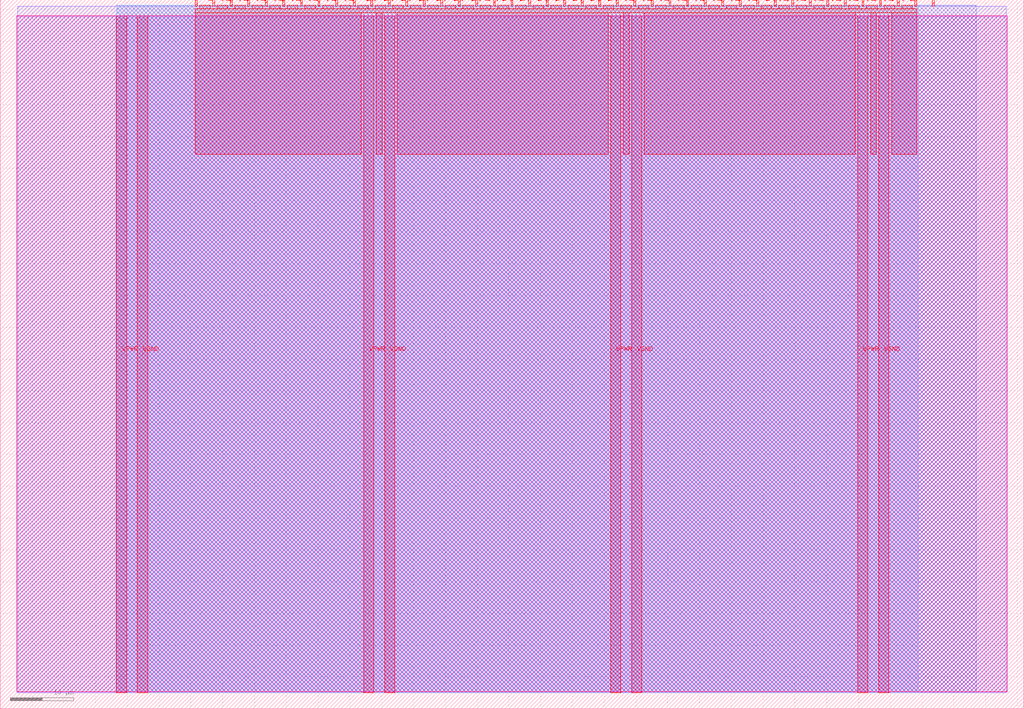
<source format=lef>
VERSION 5.7 ;
  NOWIREEXTENSIONATPIN ON ;
  DIVIDERCHAR "/" ;
  BUSBITCHARS "[]" ;
MACRO tt_um_frequency_counter
  CLASS BLOCK ;
  FOREIGN tt_um_frequency_counter ;
  ORIGIN 0.000 0.000 ;
  SIZE 161.000 BY 111.520 ;
  PIN VGND
    DIRECTION INOUT ;
    USE GROUND ;
    PORT
      LAYER met4 ;
        RECT 21.580 2.480 23.180 109.040 ;
    END
    PORT
      LAYER met4 ;
        RECT 60.450 2.480 62.050 109.040 ;
    END
    PORT
      LAYER met4 ;
        RECT 99.320 2.480 100.920 109.040 ;
    END
    PORT
      LAYER met4 ;
        RECT 138.190 2.480 139.790 109.040 ;
    END
  END VGND
  PIN VPWR
    DIRECTION INOUT ;
    USE POWER ;
    PORT
      LAYER met4 ;
        RECT 18.280 2.480 19.880 109.040 ;
    END
    PORT
      LAYER met4 ;
        RECT 57.150 2.480 58.750 109.040 ;
    END
    PORT
      LAYER met4 ;
        RECT 96.020 2.480 97.620 109.040 ;
    END
    PORT
      LAYER met4 ;
        RECT 134.890 2.480 136.490 109.040 ;
    END
  END VPWR
  PIN clk
    DIRECTION INPUT ;
    USE SIGNAL ;
    ANTENNAGATEAREA 0.852000 ;
    PORT
      LAYER met4 ;
        RECT 143.830 110.520 144.130 111.520 ;
    END
  END clk
  PIN ena
    DIRECTION INPUT ;
    USE SIGNAL ;
    PORT
      LAYER met4 ;
        RECT 146.590 110.520 146.890 111.520 ;
    END
  END ena
  PIN rst_n
    DIRECTION INPUT ;
    USE SIGNAL ;
    ANTENNAGATEAREA 0.196500 ;
    PORT
      LAYER met4 ;
        RECT 141.070 110.520 141.370 111.520 ;
    END
  END rst_n
  PIN ui_in[0]
    DIRECTION INPUT ;
    USE SIGNAL ;
    ANTENNAGATEAREA 0.196500 ;
    PORT
      LAYER met4 ;
        RECT 138.310 110.520 138.610 111.520 ;
    END
  END ui_in[0]
  PIN ui_in[1]
    DIRECTION INPUT ;
    USE SIGNAL ;
    ANTENNAGATEAREA 1.272000 ;
    PORT
      LAYER met4 ;
        RECT 135.550 110.520 135.850 111.520 ;
    END
  END ui_in[1]
  PIN ui_in[2]
    DIRECTION INPUT ;
    USE SIGNAL ;
    ANTENNAGATEAREA 0.196500 ;
    PORT
      LAYER met4 ;
        RECT 132.790 110.520 133.090 111.520 ;
    END
  END ui_in[2]
  PIN ui_in[3]
    DIRECTION INPUT ;
    USE SIGNAL ;
    PORT
      LAYER met4 ;
        RECT 130.030 110.520 130.330 111.520 ;
    END
  END ui_in[3]
  PIN ui_in[4]
    DIRECTION INPUT ;
    USE SIGNAL ;
    ANTENNAGATEAREA 0.196500 ;
    PORT
      LAYER met4 ;
        RECT 127.270 110.520 127.570 111.520 ;
    END
  END ui_in[4]
  PIN ui_in[5]
    DIRECTION INPUT ;
    USE SIGNAL ;
    ANTENNAGATEAREA 0.196500 ;
    PORT
      LAYER met4 ;
        RECT 124.510 110.520 124.810 111.520 ;
    END
  END ui_in[5]
  PIN ui_in[6]
    DIRECTION INPUT ;
    USE SIGNAL ;
    ANTENNAGATEAREA 0.196500 ;
    PORT
      LAYER met4 ;
        RECT 121.750 110.520 122.050 111.520 ;
    END
  END ui_in[6]
  PIN ui_in[7]
    DIRECTION INPUT ;
    USE SIGNAL ;
    ANTENNAGATEAREA 0.196500 ;
    PORT
      LAYER met4 ;
        RECT 118.990 110.520 119.290 111.520 ;
    END
  END ui_in[7]
  PIN uio_in[0]
    DIRECTION INPUT ;
    USE SIGNAL ;
    ANTENNAGATEAREA 0.196500 ;
    PORT
      LAYER met4 ;
        RECT 116.230 110.520 116.530 111.520 ;
    END
  END uio_in[0]
  PIN uio_in[1]
    DIRECTION INPUT ;
    USE SIGNAL ;
    ANTENNAGATEAREA 0.196500 ;
    PORT
      LAYER met4 ;
        RECT 113.470 110.520 113.770 111.520 ;
    END
  END uio_in[1]
  PIN uio_in[2]
    DIRECTION INPUT ;
    USE SIGNAL ;
    ANTENNAGATEAREA 0.196500 ;
    PORT
      LAYER met4 ;
        RECT 110.710 110.520 111.010 111.520 ;
    END
  END uio_in[2]
  PIN uio_in[3]
    DIRECTION INPUT ;
    USE SIGNAL ;
    ANTENNAGATEAREA 0.196500 ;
    PORT
      LAYER met4 ;
        RECT 107.950 110.520 108.250 111.520 ;
    END
  END uio_in[3]
  PIN uio_in[4]
    DIRECTION INPUT ;
    USE SIGNAL ;
    ANTENNAGATEAREA 0.196500 ;
    PORT
      LAYER met4 ;
        RECT 105.190 110.520 105.490 111.520 ;
    END
  END uio_in[4]
  PIN uio_in[5]
    DIRECTION INPUT ;
    USE SIGNAL ;
    ANTENNAGATEAREA 0.196500 ;
    PORT
      LAYER met4 ;
        RECT 102.430 110.520 102.730 111.520 ;
    END
  END uio_in[5]
  PIN uio_in[6]
    DIRECTION INPUT ;
    USE SIGNAL ;
    ANTENNAGATEAREA 0.196500 ;
    PORT
      LAYER met4 ;
        RECT 99.670 110.520 99.970 111.520 ;
    END
  END uio_in[6]
  PIN uio_in[7]
    DIRECTION INPUT ;
    USE SIGNAL ;
    ANTENNAGATEAREA 0.196500 ;
    PORT
      LAYER met4 ;
        RECT 96.910 110.520 97.210 111.520 ;
    END
  END uio_in[7]
  PIN uio_oe[0]
    DIRECTION OUTPUT ;
    USE SIGNAL ;
    ANTENNADIFFAREA 0.445500 ;
    PORT
      LAYER met4 ;
        RECT 49.990 110.520 50.290 111.520 ;
    END
  END uio_oe[0]
  PIN uio_oe[1]
    DIRECTION OUTPUT ;
    USE SIGNAL ;
    ANTENNADIFFAREA 0.445500 ;
    PORT
      LAYER met4 ;
        RECT 47.230 110.520 47.530 111.520 ;
    END
  END uio_oe[1]
  PIN uio_oe[2]
    DIRECTION OUTPUT ;
    USE SIGNAL ;
    ANTENNADIFFAREA 0.445500 ;
    PORT
      LAYER met4 ;
        RECT 44.470 110.520 44.770 111.520 ;
    END
  END uio_oe[2]
  PIN uio_oe[3]
    DIRECTION OUTPUT ;
    USE SIGNAL ;
    ANTENNADIFFAREA 0.445500 ;
    PORT
      LAYER met4 ;
        RECT 41.710 110.520 42.010 111.520 ;
    END
  END uio_oe[3]
  PIN uio_oe[4]
    DIRECTION OUTPUT ;
    USE SIGNAL ;
    ANTENNADIFFAREA 0.445500 ;
    PORT
      LAYER met4 ;
        RECT 38.950 110.520 39.250 111.520 ;
    END
  END uio_oe[4]
  PIN uio_oe[5]
    DIRECTION OUTPUT ;
    USE SIGNAL ;
    ANTENNADIFFAREA 0.445500 ;
    PORT
      LAYER met4 ;
        RECT 36.190 110.520 36.490 111.520 ;
    END
  END uio_oe[5]
  PIN uio_oe[6]
    DIRECTION OUTPUT ;
    USE SIGNAL ;
    ANTENNADIFFAREA 0.445500 ;
    PORT
      LAYER met4 ;
        RECT 33.430 110.520 33.730 111.520 ;
    END
  END uio_oe[6]
  PIN uio_oe[7]
    DIRECTION OUTPUT ;
    USE SIGNAL ;
    ANTENNADIFFAREA 0.445500 ;
    PORT
      LAYER met4 ;
        RECT 30.670 110.520 30.970 111.520 ;
    END
  END uio_oe[7]
  PIN uio_out[0]
    DIRECTION OUTPUT ;
    USE SIGNAL ;
    ANTENNAGATEAREA 2.106000 ;
    ANTENNADIFFAREA 0.891000 ;
    PORT
      LAYER met4 ;
        RECT 72.070 110.520 72.370 111.520 ;
    END
  END uio_out[0]
  PIN uio_out[1]
    DIRECTION OUTPUT ;
    USE SIGNAL ;
    ANTENNAGATEAREA 1.489500 ;
    ANTENNADIFFAREA 0.891000 ;
    PORT
      LAYER met4 ;
        RECT 69.310 110.520 69.610 111.520 ;
    END
  END uio_out[1]
  PIN uio_out[2]
    DIRECTION OUTPUT ;
    USE SIGNAL ;
    ANTENNADIFFAREA 0.795200 ;
    PORT
      LAYER met4 ;
        RECT 66.550 110.520 66.850 111.520 ;
    END
  END uio_out[2]
  PIN uio_out[3]
    DIRECTION OUTPUT ;
    USE SIGNAL ;
    ANTENNADIFFAREA 0.445500 ;
    PORT
      LAYER met4 ;
        RECT 63.790 110.520 64.090 111.520 ;
    END
  END uio_out[3]
  PIN uio_out[4]
    DIRECTION OUTPUT ;
    USE SIGNAL ;
    ANTENNADIFFAREA 0.445500 ;
    PORT
      LAYER met4 ;
        RECT 61.030 110.520 61.330 111.520 ;
    END
  END uio_out[4]
  PIN uio_out[5]
    DIRECTION OUTPUT ;
    USE SIGNAL ;
    ANTENNADIFFAREA 0.445500 ;
    PORT
      LAYER met4 ;
        RECT 58.270 110.520 58.570 111.520 ;
    END
  END uio_out[5]
  PIN uio_out[6]
    DIRECTION OUTPUT ;
    USE SIGNAL ;
    ANTENNADIFFAREA 0.445500 ;
    PORT
      LAYER met4 ;
        RECT 55.510 110.520 55.810 111.520 ;
    END
  END uio_out[6]
  PIN uio_out[7]
    DIRECTION OUTPUT ;
    USE SIGNAL ;
    ANTENNADIFFAREA 0.445500 ;
    PORT
      LAYER met4 ;
        RECT 52.750 110.520 53.050 111.520 ;
    END
  END uio_out[7]
  PIN uo_out[0]
    DIRECTION OUTPUT ;
    USE SIGNAL ;
    ANTENNADIFFAREA 0.453750 ;
    PORT
      LAYER met4 ;
        RECT 94.150 110.520 94.450 111.520 ;
    END
  END uo_out[0]
  PIN uo_out[1]
    DIRECTION OUTPUT ;
    USE SIGNAL ;
    ANTENNADIFFAREA 0.891000 ;
    PORT
      LAYER met4 ;
        RECT 91.390 110.520 91.690 111.520 ;
    END
  END uo_out[1]
  PIN uo_out[2]
    DIRECTION OUTPUT ;
    USE SIGNAL ;
    ANTENNADIFFAREA 1.431000 ;
    PORT
      LAYER met4 ;
        RECT 88.630 110.520 88.930 111.520 ;
    END
  END uo_out[2]
  PIN uo_out[3]
    DIRECTION OUTPUT ;
    USE SIGNAL ;
    ANTENNADIFFAREA 0.445500 ;
    PORT
      LAYER met4 ;
        RECT 85.870 110.520 86.170 111.520 ;
    END
  END uo_out[3]
  PIN uo_out[4]
    DIRECTION OUTPUT ;
    USE SIGNAL ;
    ANTENNADIFFAREA 1.242000 ;
    PORT
      LAYER met4 ;
        RECT 83.110 110.520 83.410 111.520 ;
    END
  END uo_out[4]
  PIN uo_out[5]
    DIRECTION OUTPUT ;
    USE SIGNAL ;
    ANTENNADIFFAREA 0.891000 ;
    PORT
      LAYER met4 ;
        RECT 80.350 110.520 80.650 111.520 ;
    END
  END uo_out[5]
  PIN uo_out[6]
    DIRECTION OUTPUT ;
    USE SIGNAL ;
    ANTENNADIFFAREA 0.891000 ;
    PORT
      LAYER met4 ;
        RECT 77.590 110.520 77.890 111.520 ;
    END
  END uo_out[6]
  PIN uo_out[7]
    DIRECTION OUTPUT ;
    USE SIGNAL ;
    ANTENNADIFFAREA 0.445500 ;
    PORT
      LAYER met4 ;
        RECT 74.830 110.520 75.130 111.520 ;
    END
  END uo_out[7]
  OBS
      LAYER nwell ;
        RECT 2.570 2.635 158.430 108.990 ;
      LAYER li1 ;
        RECT 2.760 2.635 158.240 108.885 ;
      LAYER met1 ;
        RECT 2.760 2.480 158.240 110.460 ;
      LAYER met2 ;
        RECT 18.310 2.535 153.540 110.685 ;
      LAYER met3 ;
        RECT 18.290 2.555 144.370 110.665 ;
      LAYER met4 ;
        RECT 31.370 110.120 33.030 110.665 ;
        RECT 34.130 110.120 35.790 110.665 ;
        RECT 36.890 110.120 38.550 110.665 ;
        RECT 39.650 110.120 41.310 110.665 ;
        RECT 42.410 110.120 44.070 110.665 ;
        RECT 45.170 110.120 46.830 110.665 ;
        RECT 47.930 110.120 49.590 110.665 ;
        RECT 50.690 110.120 52.350 110.665 ;
        RECT 53.450 110.120 55.110 110.665 ;
        RECT 56.210 110.120 57.870 110.665 ;
        RECT 58.970 110.120 60.630 110.665 ;
        RECT 61.730 110.120 63.390 110.665 ;
        RECT 64.490 110.120 66.150 110.665 ;
        RECT 67.250 110.120 68.910 110.665 ;
        RECT 70.010 110.120 71.670 110.665 ;
        RECT 72.770 110.120 74.430 110.665 ;
        RECT 75.530 110.120 77.190 110.665 ;
        RECT 78.290 110.120 79.950 110.665 ;
        RECT 81.050 110.120 82.710 110.665 ;
        RECT 83.810 110.120 85.470 110.665 ;
        RECT 86.570 110.120 88.230 110.665 ;
        RECT 89.330 110.120 90.990 110.665 ;
        RECT 92.090 110.120 93.750 110.665 ;
        RECT 94.850 110.120 96.510 110.665 ;
        RECT 97.610 110.120 99.270 110.665 ;
        RECT 100.370 110.120 102.030 110.665 ;
        RECT 103.130 110.120 104.790 110.665 ;
        RECT 105.890 110.120 107.550 110.665 ;
        RECT 108.650 110.120 110.310 110.665 ;
        RECT 111.410 110.120 113.070 110.665 ;
        RECT 114.170 110.120 115.830 110.665 ;
        RECT 116.930 110.120 118.590 110.665 ;
        RECT 119.690 110.120 121.350 110.665 ;
        RECT 122.450 110.120 124.110 110.665 ;
        RECT 125.210 110.120 126.870 110.665 ;
        RECT 127.970 110.120 129.630 110.665 ;
        RECT 130.730 110.120 132.390 110.665 ;
        RECT 133.490 110.120 135.150 110.665 ;
        RECT 136.250 110.120 137.910 110.665 ;
        RECT 139.010 110.120 140.670 110.665 ;
        RECT 141.770 110.120 143.430 110.665 ;
        RECT 30.655 109.440 144.145 110.120 ;
        RECT 30.655 87.215 56.750 109.440 ;
        RECT 59.150 87.215 60.050 109.440 ;
        RECT 62.450 87.215 95.620 109.440 ;
        RECT 98.020 87.215 98.920 109.440 ;
        RECT 101.320 87.215 134.490 109.440 ;
        RECT 136.890 87.215 137.790 109.440 ;
        RECT 140.190 87.215 144.145 109.440 ;
  END
END tt_um_frequency_counter
END LIBRARY


</source>
